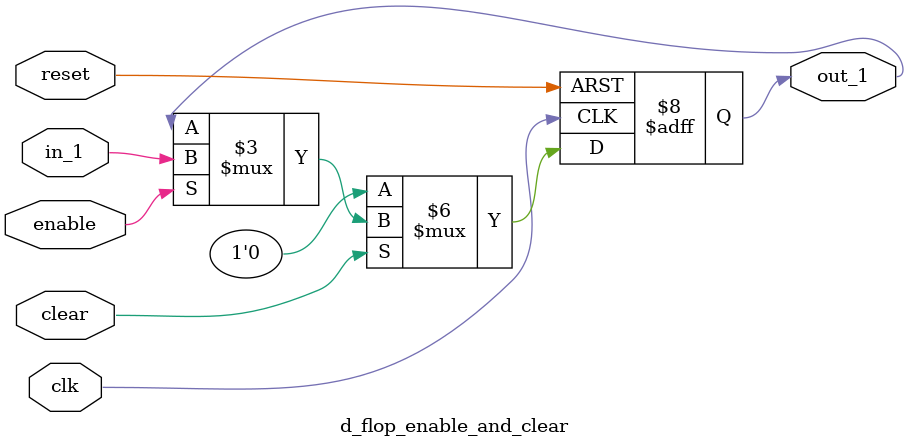
<source format=v>
/*
 * d_flop_enable_and_clear example
 *      a d-flop passes through in_1 on a pos-edge of the clock
 *      when pos-edge of reset is triggered, the output resets to low regardless of previous input
 */

module d_flop_enable_and_clear (clk,
                                reset,
                                in_1,
                                enable,
                                clear,
                                out_1);
		
		/* ----------- Port definition ----------- */
		input clk;
		input reset;
		input in_1;
		input enable;
		input clear;
		
		output out_1;
		reg  out_1;
		
		/* ----------- Wires ----------- */
		
		
		/* ----------- Design Implementation  ----------- */
		always @(posedge clk or posedge reset)
		begin
				if (reset)
				// if reset is on pos_edge give low
						out_1 <= 1'b0;
				else if (clear == 1'b0)
				// if clear is high then give low
						out_1 <= 1'b0;
				else if (enable)
				// if enabled then pass-through input
						out_1 <= in_1;
				
				
		end
		
		
endmodule

</source>
